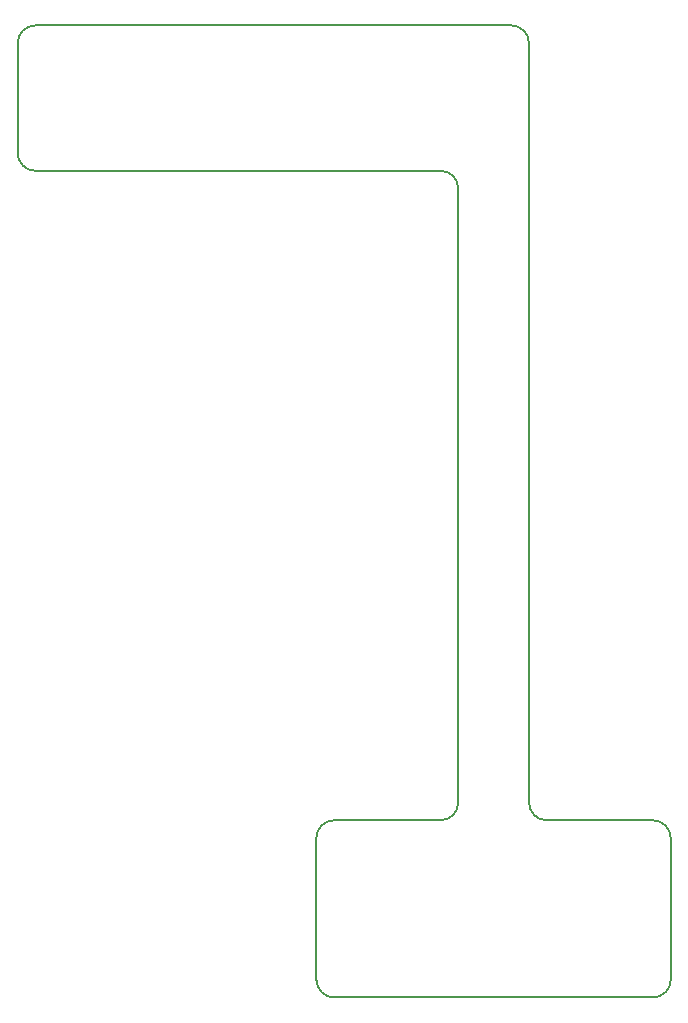
<source format=gm1>
G04 #@! TF.GenerationSoftware,KiCad,Pcbnew,7.0.7*
G04 #@! TF.CreationDate,2024-12-02T13:56:48+01:00*
G04 #@! TF.ProjectId,Finger_FSR_V1_length,46696e67-6572-45f4-9653-525f56315f6c,rev?*
G04 #@! TF.SameCoordinates,Original*
G04 #@! TF.FileFunction,Profile,NP*
%FSLAX46Y46*%
G04 Gerber Fmt 4.6, Leading zero omitted, Abs format (unit mm)*
G04 Created by KiCad (PCBNEW 7.0.7) date 2024-12-02 13:56:48*
%MOMM*%
%LPD*%
G01*
G04 APERTURE LIST*
G04 #@! TA.AperFunction,Profile*
%ADD10C,0.200000*%
G04 #@! TD*
G04 APERTURE END LIST*
D10*
X113150000Y-70350000D02*
X113150000Y-79650000D01*
X114650000Y-68850000D02*
G75*
G03*
X113150000Y-70350000I0J-1500000D01*
G01*
X166950000Y-151150000D02*
G75*
G03*
X168450000Y-149650000I0J1500000D01*
G01*
X168450000Y-149650000D02*
X168450000Y-137650000D01*
X156450000Y-134650000D02*
G75*
G03*
X157950000Y-136150000I1500000J0D01*
G01*
X150450000Y-82650000D02*
X150450000Y-134650000D01*
X154950000Y-68850000D02*
X114650000Y-68850000D01*
X150450000Y-82650000D02*
G75*
G03*
X148950000Y-81150000I-1500000J0D01*
G01*
X138450000Y-137650000D02*
X138450000Y-149650000D01*
X166950000Y-136150000D02*
X157950000Y-136150000D01*
X139950000Y-136150000D02*
G75*
G03*
X138450000Y-137650000I0J-1500000D01*
G01*
X156450000Y-134650000D02*
X156450000Y-70350000D01*
X168450000Y-137650000D02*
G75*
G03*
X166950000Y-136150000I-1500000J0D01*
G01*
X113150000Y-79650000D02*
G75*
G03*
X114650000Y-81150000I1500000J0D01*
G01*
X148950000Y-136150000D02*
X139950000Y-136150000D01*
X138450000Y-149650000D02*
G75*
G03*
X139950000Y-151150000I1500000J0D01*
G01*
X148950000Y-136150000D02*
G75*
G03*
X150450000Y-134650000I0J1500000D01*
G01*
X139950000Y-151150000D02*
X166950000Y-151150000D01*
X156450000Y-70350000D02*
G75*
G03*
X154950000Y-68850000I-1500000J0D01*
G01*
X114650000Y-81150000D02*
X148950000Y-81150000D01*
M02*

</source>
